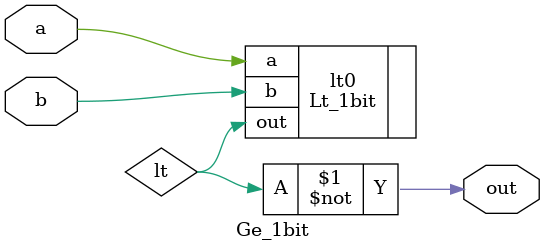
<source format=v>
`timescale 1ns/1ps

module Ge_1bit (out, a, b);

input a;
input b;
output out;

wire lt;

Lt_1bit lt0 (
  .a(a),
  .b(b),
  .out(lt)
);

not not0 (out, lt);

endmodule

</source>
